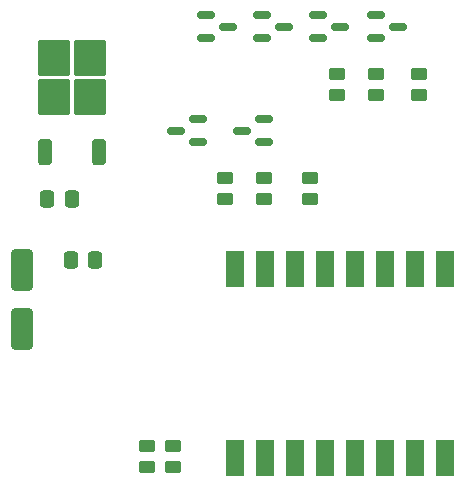
<source format=gtp>
G04 #@! TF.GenerationSoftware,KiCad,Pcbnew,9.0.0*
G04 #@! TF.CreationDate,2025-03-14T10:33:54+00:00*
G04 #@! TF.ProjectId,paxtogeddon-pcb,70617874-6f67-4656-9464-6f6e2d706362,rev?*
G04 #@! TF.SameCoordinates,Original*
G04 #@! TF.FileFunction,Paste,Top*
G04 #@! TF.FilePolarity,Positive*
%FSLAX46Y46*%
G04 Gerber Fmt 4.6, Leading zero omitted, Abs format (unit mm)*
G04 Created by KiCad (PCBNEW 9.0.0) date 2025-03-14 10:33:54*
%MOMM*%
%LPD*%
G01*
G04 APERTURE LIST*
G04 Aperture macros list*
%AMRoundRect*
0 Rectangle with rounded corners*
0 $1 Rounding radius*
0 $2 $3 $4 $5 $6 $7 $8 $9 X,Y pos of 4 corners*
0 Add a 4 corners polygon primitive as box body*
4,1,4,$2,$3,$4,$5,$6,$7,$8,$9,$2,$3,0*
0 Add four circle primitives for the rounded corners*
1,1,$1+$1,$2,$3*
1,1,$1+$1,$4,$5*
1,1,$1+$1,$6,$7*
1,1,$1+$1,$8,$9*
0 Add four rect primitives between the rounded corners*
20,1,$1+$1,$2,$3,$4,$5,0*
20,1,$1+$1,$4,$5,$6,$7,0*
20,1,$1+$1,$6,$7,$8,$9,0*
20,1,$1+$1,$8,$9,$2,$3,0*%
G04 Aperture macros list end*
%ADD10RoundRect,0.250000X0.350000X-0.850000X0.350000X0.850000X-0.350000X0.850000X-0.350000X-0.850000X0*%
%ADD11RoundRect,0.250000X1.125000X-1.275000X1.125000X1.275000X-1.125000X1.275000X-1.125000X-1.275000X0*%
%ADD12RoundRect,0.250000X-0.650000X1.500000X-0.650000X-1.500000X0.650000X-1.500000X0.650000X1.500000X0*%
%ADD13RoundRect,0.250000X0.450000X-0.262500X0.450000X0.262500X-0.450000X0.262500X-0.450000X-0.262500X0*%
%ADD14RoundRect,0.250000X-0.450000X0.262500X-0.450000X-0.262500X0.450000X-0.262500X0.450000X0.262500X0*%
%ADD15RoundRect,0.150000X0.587500X0.150000X-0.587500X0.150000X-0.587500X-0.150000X0.587500X-0.150000X0*%
%ADD16RoundRect,0.150000X-0.587500X-0.150000X0.587500X-0.150000X0.587500X0.150000X-0.587500X0.150000X0*%
%ADD17RoundRect,0.250000X-0.337500X-0.475000X0.337500X-0.475000X0.337500X0.475000X-0.337500X0.475000X0*%
%ADD18RoundRect,0.250000X0.337500X0.475000X-0.337500X0.475000X-0.337500X-0.475000X0.337500X-0.475000X0*%
%ADD19R,1.524000X3.025000*%
G04 APERTURE END LIST*
D10*
X37392500Y-52100000D03*
D11*
X38147500Y-47475000D03*
X41197500Y-47475000D03*
X38147500Y-44125000D03*
X41197500Y-44125000D03*
D10*
X41952500Y-52100000D03*
D12*
X35400000Y-67100000D03*
X35400000Y-62100000D03*
D13*
X69000000Y-45487500D03*
X69000000Y-47312500D03*
X65400000Y-45487500D03*
X65400000Y-47312500D03*
X62100000Y-45487500D03*
X62100000Y-47312500D03*
X59800000Y-54287500D03*
X59800000Y-56112500D03*
D14*
X48200000Y-76987500D03*
X48200000Y-78812500D03*
D15*
X55937500Y-51250000D03*
X55937500Y-49350000D03*
X54062500Y-50300000D03*
D16*
X50962500Y-40550000D03*
X50962500Y-42450000D03*
X52837500Y-41500000D03*
X65362500Y-40550000D03*
X65362500Y-42450000D03*
X67237500Y-41500000D03*
D15*
X50337500Y-51250000D03*
X50337500Y-49350000D03*
X48462500Y-50300000D03*
D16*
X55762500Y-40550000D03*
X55762500Y-42450000D03*
X57637500Y-41500000D03*
D13*
X52600000Y-56112500D03*
X52600000Y-54287500D03*
D16*
X60462500Y-40550000D03*
X60462500Y-42450000D03*
X62337500Y-41500000D03*
D14*
X46000000Y-76975000D03*
X46000000Y-78800000D03*
D13*
X55900000Y-56112500D03*
X55900000Y-54287500D03*
D17*
X37562500Y-56100000D03*
X39637500Y-56100000D03*
D18*
X41637500Y-61300000D03*
X39562500Y-61300000D03*
D19*
X53470000Y-77985000D03*
X56010000Y-77985000D03*
X58550000Y-77985000D03*
X61090000Y-77985000D03*
X66170000Y-77985000D03*
X63630000Y-77985000D03*
X71250000Y-62015000D03*
X71250000Y-77985000D03*
X68710000Y-62015000D03*
X66170000Y-62015000D03*
X63630000Y-62015000D03*
X61090000Y-62015000D03*
X58550000Y-62015000D03*
X56010000Y-62015000D03*
X53470000Y-62015000D03*
X68710000Y-77985000D03*
M02*

</source>
